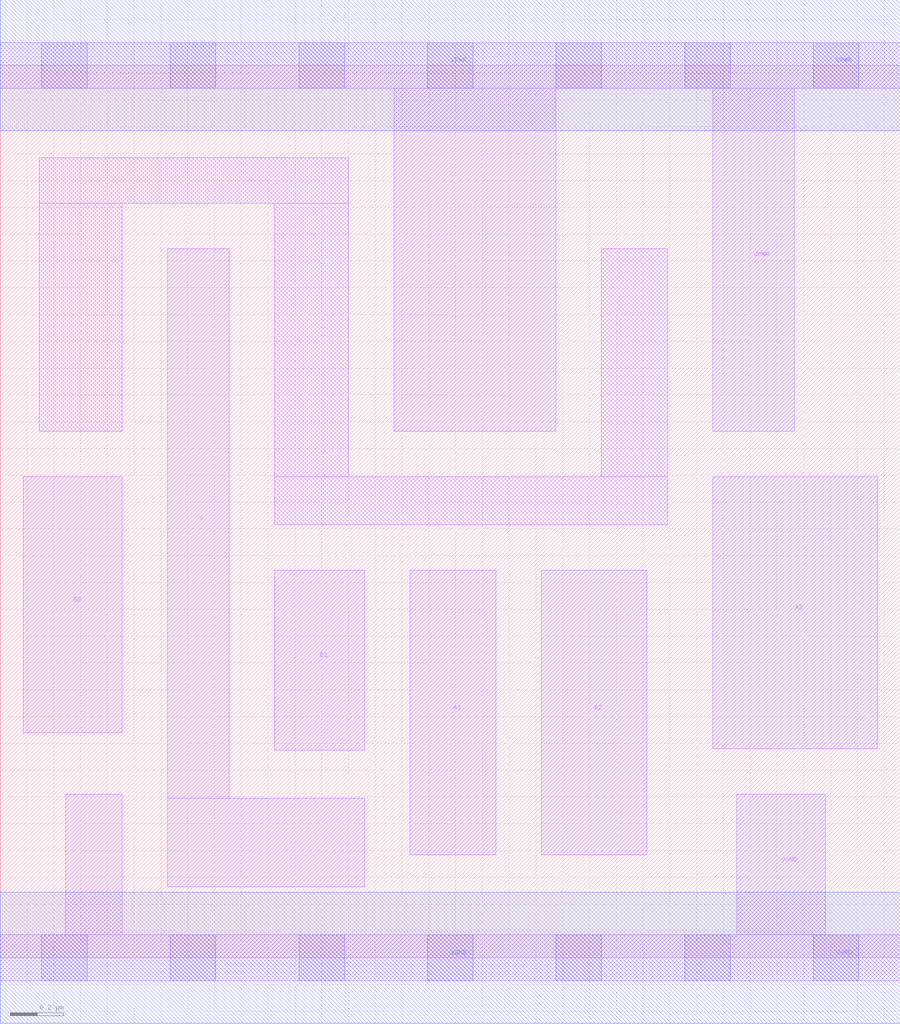
<source format=lef>
# Copyright 2020 The SkyWater PDK Authors
#
# Licensed under the Apache License, Version 2.0 (the "License");
# you may not use this file except in compliance with the License.
# You may obtain a copy of the License at
#
#     https://www.apache.org/licenses/LICENSE-2.0
#
# Unless required by applicable law or agreed to in writing, software
# distributed under the License is distributed on an "AS IS" BASIS,
# WITHOUT WARRANTIES OR CONDITIONS OF ANY KIND, either express or implied.
# See the License for the specific language governing permissions and
# limitations under the License.
#
# SPDX-License-Identifier: Apache-2.0

VERSION 5.7 ;
  NAMESCASESENSITIVE ON ;
  NOWIREEXTENSIONATPIN ON ;
  DIVIDERCHAR "/" ;
  BUSBITCHARS "[]" ;
UNITS
  DATABASE MICRONS 200 ;
END UNITS
MACRO sky130_fd_sc_lp__a32oi_0
  CLASS CORE ;
  SOURCE USER ;
  FOREIGN sky130_fd_sc_lp__a32oi_0 ;
  ORIGIN  0.000000  0.000000 ;
  SIZE  3.360000 BY  3.330000 ;
  SYMMETRY X Y R90 ;
  SITE unit ;
  PIN A1
    ANTENNAGATEAREA  0.159000 ;
    DIRECTION INPUT ;
    USE SIGNAL ;
    PORT
      LAYER li1 ;
        RECT 1.530000 0.385000 1.850000 1.445000 ;
    END
  END A1
  PIN A2
    ANTENNAGATEAREA  0.159000 ;
    DIRECTION INPUT ;
    USE SIGNAL ;
    PORT
      LAYER li1 ;
        RECT 2.020000 0.385000 2.415000 1.445000 ;
    END
  END A2
  PIN A3
    ANTENNAGATEAREA  0.159000 ;
    DIRECTION INPUT ;
    USE SIGNAL ;
    PORT
      LAYER li1 ;
        RECT 2.660000 0.780000 3.275000 1.795000 ;
    END
  END A3
  PIN B1
    ANTENNAGATEAREA  0.159000 ;
    DIRECTION INPUT ;
    USE SIGNAL ;
    PORT
      LAYER li1 ;
        RECT 1.025000 0.775000 1.360000 1.445000 ;
    END
  END B1
  PIN B2
    ANTENNAGATEAREA  0.159000 ;
    DIRECTION INPUT ;
    USE SIGNAL ;
    PORT
      LAYER li1 ;
        RECT 0.085000 0.840000 0.455000 1.795000 ;
    END
  END B2
  PIN Y
    ANTENNADIFFAREA  0.355600 ;
    DIRECTION OUTPUT ;
    USE SIGNAL ;
    PORT
      LAYER li1 ;
        RECT 0.625000 0.265000 1.360000 0.595000 ;
        RECT 0.625000 0.595000 0.855000 2.645000 ;
    END
  END Y
  PIN VGND
    DIRECTION INOUT ;
    USE GROUND ;
    PORT
      LAYER li1 ;
        RECT 0.000000 -0.085000 3.360000 0.085000 ;
        RECT 0.245000  0.085000 0.455000 0.610000 ;
        RECT 2.750000  0.085000 3.080000 0.610000 ;
      LAYER mcon ;
        RECT 0.155000 -0.085000 0.325000 0.085000 ;
        RECT 0.635000 -0.085000 0.805000 0.085000 ;
        RECT 1.115000 -0.085000 1.285000 0.085000 ;
        RECT 1.595000 -0.085000 1.765000 0.085000 ;
        RECT 2.075000 -0.085000 2.245000 0.085000 ;
        RECT 2.555000 -0.085000 2.725000 0.085000 ;
        RECT 3.035000 -0.085000 3.205000 0.085000 ;
      LAYER met1 ;
        RECT 0.000000 -0.245000 3.360000 0.245000 ;
    END
  END VGND
  PIN VPWR
    DIRECTION INOUT ;
    USE POWER ;
    PORT
      LAYER li1 ;
        RECT 0.000000 3.245000 3.360000 3.415000 ;
        RECT 1.470000 1.965000 2.075000 3.245000 ;
        RECT 2.660000 1.965000 2.965000 3.245000 ;
      LAYER mcon ;
        RECT 0.155000 3.245000 0.325000 3.415000 ;
        RECT 0.635000 3.245000 0.805000 3.415000 ;
        RECT 1.115000 3.245000 1.285000 3.415000 ;
        RECT 1.595000 3.245000 1.765000 3.415000 ;
        RECT 2.075000 3.245000 2.245000 3.415000 ;
        RECT 2.555000 3.245000 2.725000 3.415000 ;
        RECT 3.035000 3.245000 3.205000 3.415000 ;
      LAYER met1 ;
        RECT 0.000000 3.085000 3.360000 3.575000 ;
    END
  END VPWR
  OBS
    LAYER li1 ;
      RECT 0.145000 1.965000 0.455000 2.815000 ;
      RECT 0.145000 2.815000 1.300000 2.985000 ;
      RECT 1.025000 1.615000 2.490000 1.795000 ;
      RECT 1.025000 1.795000 1.300000 2.815000 ;
      RECT 2.245000 1.795000 2.490000 2.645000 ;
  END
END sky130_fd_sc_lp__a32oi_0

</source>
